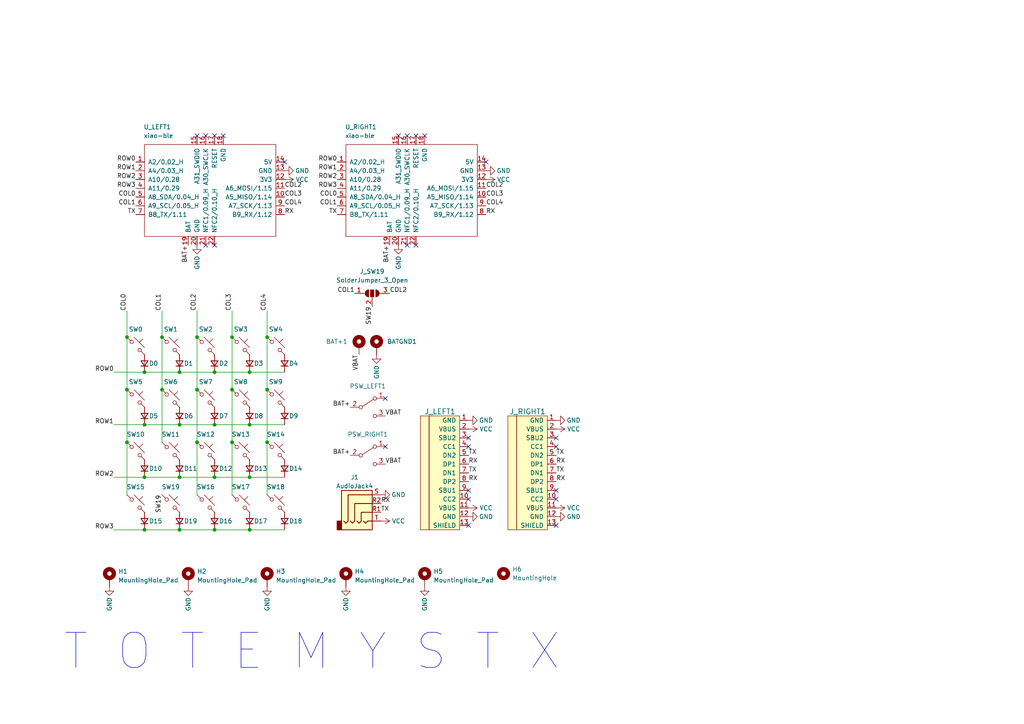
<source format=kicad_sch>
(kicad_sch (version 20250114) (generator "eeschema") (generator_version "9.0")
  (paper "A4")
  (title_block (title "TOTEMYSTX split keyboard") (date "2025-07-21") (rev "1.0.0") (comment 1 "made by GEIST"))
  (lib_symbols
    (symbol "Connector_Audio:AudioJack4"
      (property "Reference" "J" (at 0 8.89 0))
      (property "Value" "AudioJack4" (at 0 6.35 0))
      (symbol "AudioJack4_0_1"
        (rectangle (start -6.35 -5.08) (end -7.62 -7.62) (stroke (width 0.254)) (fill (type outline)))
        (polyline (pts (xy -5.715 -5.08) (xy -5.08 -5.715) (xy -4.445 -5.08) (xy -4.445 2.54) (xy 2.54 2.54)) (stroke (width 0.254)))
        (polyline (pts (xy -1.905 -5.08) (xy -1.27 -5.715) (xy -0.635 -5.08) (xy -0.635 -2.54) (xy 2.54 -2.54)) (stroke (width 0.254)))
        (polyline (pts (xy 0 -5.08) (xy 0.635 -5.715) (xy 1.27 -5.08) (xy 2.54 -5.08)) (stroke (width 0.254)))
        (rectangle (start 2.54 3.81) (end -6.35 -7.62) (stroke (width 0.254)) (fill (type background)))
        (polyline (pts (xy 2.54 0) (xy -2.54 0) (xy -2.54 -5.08) (xy -3.175 -5.715) (xy -3.81 -5.08)) (stroke (width 0.254)))
      )
      (symbol "AudioJack4_1_1"
        (pin passive line (at 5.08 2.54 180) (length 2.54) (name "~") (number "S"))
        (pin passive line (at 5.08 0 180) (length 2.54) (name "~") (number "R2"))
        (pin passive line (at 5.08 -2.54 180) (length 2.54) (name "~") (number "R1"))
        (pin passive line (at 5.08 -5.08 180) (length 2.54) (name "~") (number "T"))
      )
    )
    (symbol "Device:D_Small" (pin_numbers (hide yes)) (pin_names (offset 0.254) (hide yes))
      (property "Reference" "D" (at -1.27 2.032 0))
      (property "Value" "D_Small" (at -3.81 -2.032 0))
      (symbol "D_Small_0_1"
        (polyline (pts (xy -0.762 0) (xy 0.762 0)))
        (polyline (pts (xy -0.762 -1.016) (xy -0.762 1.016)) (stroke (width 0.254)))
        (polyline (pts (xy 0.762 -1.016) (xy -0.762 0) (xy 0.762 1.016) (xy 0.762 -1.016)) (stroke (width 0.254)))
      )
      (symbol "D_Small_1_1"
        (pin passive line (at -2.54 0 0) (length 1.778) (name "K") (number "1"))
        (pin passive line (at 2.54 0 180) (length 1.778) (name "A") (number "2"))
      )
    )
    (symbol "Jumper:SolderJumper_3_Open" (pin_names (offset 0) (hide yes)) (exclude_from_sim yes) (in_bom no)
      (property "Reference" "JP" (at -2.54 -2.54 0))
      (property "Value" "SolderJumper_3_Open" (at 0 2.794 0))
      (symbol "SolderJumper_3_Open_0_1"
        (polyline (pts (xy -2.54 0) (xy -2.032 0)))
        (polyline (pts (xy -1.016 1.016) (xy -1.016 -1.016)))
        (arc (start -1.016 -1.016) (mid -2.0276 0) (end -1.016 1.016))
        (arc (start -1.016 -1.016) (mid -2.0276 0) (end -1.016 1.016) (fill (type outline)))
        (rectangle (start -0.508 1.016) (end 0.508 -1.016) (fill (type outline)))
        (polyline (pts (xy 0 -1.27) (xy 0 -1.016)))
        (arc (start 1.016 1.016) (mid 2.0276 0) (end 1.016 -1.016))
        (arc (start 1.016 1.016) (mid 2.0276 0) (end 1.016 -1.016) (fill (type outline)))
        (polyline (pts (xy 1.016 1.016) (xy 1.016 -1.016)))
        (polyline (pts (xy 2.54 0) (xy 2.032 0)))
      )
      (symbol "SolderJumper_3_Open_1_1"
        (pin passive line (at -5.08 0 0) (length 2.54) (name "A") (number "1"))
        (pin passive line (at 0 -3.81 90) (length 2.54) (name "C") (number "2"))
        (pin passive line (at 5.08 0 180) (length 2.54) (name "B") (number "3"))
      )
    )
    (symbol "Mechanical:MountingHole" (pin_names (offset 1.016)) (exclude_from_sim yes) (in_bom no)
      (property "Reference" "H" (at 0 5.08 0))
      (property "Value" "MountingHole" (at 0 3.175 0))
      (symbol "MountingHole_0_1"
        (circle (center 0 0) (radius 1.27) (stroke (width 1.27)))
      )
    )
    (symbol "Mechanical:MountingHole_Pad" (pin_numbers (hide yes)) (pin_names (offset 1.016) (hide yes))
      (property "Reference" "H" (at 0 6.35 0))
      (property "Value" "MountingHole_Pad" (at 0 4.445 0))
      (symbol "MountingHole_Pad_0_1"
        (circle (center 0 1.27) (radius 1.27) (stroke (width 1.27)))
      )
      (symbol "MountingHole_Pad_1_1"
        (pin input line (at 0 -2.54 90) (length 2.54) (name "1") (number "1"))
      )
    )
    (symbol "Switch:SW_Push_45deg" (pin_numbers (hide yes)) (pin_names (offset 1.016) (hide yes))
      (property "Reference" "SW" (at 3.048 1.016 0))
      (property "Value" "SW_Push_45deg" (at 0 -3.81 0))
      (symbol "SW_Push_45deg_0_1"
        (polyline (pts (xy -2.54 2.54) (xy -1.524 1.524) (xy -1.524 1.524)))
        (circle (center -1.1684 1.1684) (radius 0.508))
        (polyline (pts (xy -0.508 2.54) (xy 2.54 -0.508)))
        (polyline (pts (xy 1.016 1.016) (xy 2.032 2.032)))
        (circle (center 1.143 -1.1938) (radius 0.508))
        (polyline (pts (xy 1.524 -1.524) (xy 2.54 -2.54) (xy 2.54 -2.54) (xy 2.54 -2.54)))
        (pin passive line (at -2.54 2.54 0) (length 0) (name "1") (number "1"))
        (pin passive line (at 2.54 -2.54 180) (length 0) (name "2") (number "2"))
      )
    )
    (symbol "Switch:SW_SPDT" (pin_names (offset 0) (hide yes))
      (property "Reference" "SW" (at 0 4.318 0))
      (property "Value" "SW_SPDT" (at 0 -5.08 0))
      (symbol "SW_SPDT_0_0"
        (circle (center -2.032 0) (radius 0.508))
        (circle (center 2.032 -2.54) (radius 0.508))
      )
      (symbol "SW_SPDT_0_1"
        (polyline (pts (xy -1.524 0.254) (xy 1.651 2.286)))
        (circle (center 2.032 2.54) (radius 0.508))
      )
      (symbol "SW_SPDT_1_1"
        (pin passive line (at -5.08 0 0) (length 2.54) (name "B") (number "2"))
        (pin passive line (at 5.08 2.54 180) (length 2.54) (name "A") (number "1"))
        (pin passive line (at 5.08 -2.54 180) (length 2.54) (name "C") (number "3"))
      )
    )
    (symbol "connector_hro-type-c-31-m-12:Connector_HRO-TYPE-C-31-M-12" (pin_names (offset 1.016))
      (property "Reference" "J2" (at -5.715 16.51 0))
      (symbol "Connector_HRO-TYPE-C-31-M-12_0_1"
        (rectangle (start -11.43 15.24) (end -8.89 -17.78) (fill (type background)))
        (rectangle (start 0 -17.78) (end -8.89 15.24) (fill (type background)))
      )
      (symbol "Connector_HRO-TYPE-C-31-M-12_1_1"
        (pin input line (at 2.54 13.97 180) (length 2.54) (name "GND") (number "1"))
        (pin input line (at 2.54 11.43 180) (length 2.54) (name "VBUS") (number "2"))
        (pin input line (at 2.54 8.89 180) (length 2.54) (name "SBU2") (number "3"))
        (pin input line (at 2.54 6.35 180) (length 2.54) (name "CC1") (number "4"))
        (pin input line (at 2.54 3.81 180) (length 2.54) (name "DN2") (number "5"))
        (pin input line (at 2.54 1.27 180) (length 2.54) (name "DP1") (number "6"))
        (pin input line (at 2.54 -1.27 180) (length 2.54) (name "DN1") (number "7"))
        (pin input line (at 2.54 -3.81 180) (length 2.54) (name "DP2") (number "8"))
        (pin input line (at 2.54 -6.35 180) (length 2.54) (name "SBU1") (number "9"))
        (pin input line (at 2.54 -8.89 180) (length 2.54) (name "CC2") (number "10"))
        (pin input line (at 2.54 -11.43 180) (length 2.54) (name "VBUS") (number "11"))
        (pin input line (at 2.54 -13.97 180) (length 2.54) (name "GND") (number "12"))
        (pin input line (at 2.54 -16.51 180) (length 2.54) (name "SHIELD") (number "13"))
      )
    )
    (symbol "power:GND" (power) (pin_names (offset 0))
      (property "Value" "GND" (at 0 -3.81 0))
      (symbol "GND_0_1"
        (polyline (pts (xy 0 0) (xy 0 -1.27) (xy 1.27 -1.27) (xy 0 -2.54) (xy -1.27 -1.27) (xy 0 -1.27)))
      )
      (symbol "GND_1_1"
        (pin power_in line (at 0 0 270) (length 0) (hide yes) (name "GND") (number "1"))
      )
    )
    (symbol "power:VCC" (power) (pin_names (offset 0))
      (property "Value" "VCC" (at 0 3.81 0))
      (symbol "VCC_0_1"
        (polyline (pts (xy -0.762 1.27) (xy 0 2.54)))
        (polyline (pts (xy 0 2.54) (xy 0.762 1.27)))
        (polyline (pts (xy 0 0) (xy 0 2.54)))
      )
      (symbol "VCC_1_1"
        (pin power_in line (at 0 0 90) (length 0) (hide yes) (name "VCC") (number "1"))
      )
    )
    (symbol "xiao-ble:xiao-ble" (pin_names (offset 1.016))
      (property "Reference" "U1" (at -19.304 17.78 0))
      (property "Value" "xiao-ble" (at -19.304 15.24 0))
      (symbol "xiao-ble_0_1"
        (rectangle (start -19.05 12.7) (end 19.05 -13.97))
      )
      (symbol "xiao-ble_1_1"
        (pin bidirectional line (at -21.59 7.62 0) (length 2.54) (name "A2/0.02_H") (number "1"))
        (pin bidirectional line (at -21.59 5.08 0) (length 2.54) (name "A4/0.03_H") (number "2"))
        (pin bidirectional line (at -21.59 2.54 0) (length 2.54) (name "A10/0.28") (number "3"))
        (pin bidirectional line (at -21.59 0 0) (length 2.54) (name "A11/0.29") (number "4"))
        (pin bidirectional line (at -21.59 -2.54 0) (length 2.54) (name "A8_SDA/0.04_H") (number "5"))
        (pin bidirectional line (at -21.59 -5.08 0) (length 2.54) (name "A9_SCL/0.05_H") (number "6"))
        (pin bidirectional line (at -21.59 -7.62 0) (length 2.54) (name "B8_TX/1.11") (number "7"))
        (pin bidirectional line (at -6.35 -16.51 90) (length 2.54) (name "BAT") (number "19"))
        (pin input line (at -3.81 15.24 270) (length 2.54) (name "A31_SWDIO") (number "15"))
        (pin power_out line (at -3.81 -16.51 90) (length 2.54) (name "GND") (number "20"))
        (pin input line (at -1.27 15.24 270) (length 2.54) (name "A30_SWCLK") (number "16"))
        (pin bidirectional line (at -1.27 -16.51 90) (length 2.54) (name "NFC1/0.09_H") (number "21"))
        (pin input line (at 1.27 15.24 270) (length 2.54) (name "RESET") (number "17"))
        (pin bidirectional line (at 1.27 -16.51 90) (length 2.54) (name "NFC2/0.10_H") (number "22"))
        (pin power_out line (at 3.81 15.24 270) (length 2.54) (name "GND") (number "18"))
        (pin power_out line (at 21.59 7.62 180) (length 2.54) (name "5V") (number "14"))
        (pin power_out line (at 21.59 5.08 180) (length 2.54) (name "GND") (number "13"))
        (pin power_out line (at 21.59 2.54 180) (length 2.54) (name "3V3") (number "12"))
        (pin bidirectional line (at 21.59 0 180) (length 2.54) (name "A6_MOSI/1.15") (number "11"))
        (pin bidirectional line (at 21.59 -2.54 180) (length 2.54) (name "A5_MISO/1.14") (number "10"))
        (pin bidirectional line (at 21.59 -5.08 180) (length 2.54) (name "A7_SCK/1.13") (number "9"))
        (pin bidirectional line (at 21.59 -7.62 180) (length 2.54) (name "B9_RX/1.12") (number "8"))
      )
    )
  )
  (text "T O T E M Y S T X" (at 18.034 195.072 0) (effects (font (size 10.16 10.16)) (justify left bottom)))
  (junction (at 77.47 113.03))
  (junction (at 36.83 97.79))
  (junction (at 72.39 138.43))
  (junction (at 57.15 97.79))
  (junction (at 77.47 128.27))
  (junction (at 62.23 123.19))
  (junction (at 57.15 113.03))
  (junction (at 72.39 123.19))
  (junction (at 52.07 138.43))
  (junction (at 41.91 138.43))
  (junction (at 77.47 97.79))
  (junction (at 41.91 107.95))
  (junction (at 62.23 138.43))
  (junction (at 72.39 153.67))
  (junction (at 72.39 107.95))
  (junction (at 41.91 153.67))
  (junction (at 62.23 107.95))
  (junction (at 52.07 107.95))
  (junction (at 62.23 153.67))
  (junction (at 36.83 128.27))
  (junction (at 46.99 113.03))
  (junction (at 67.31 128.27))
  (junction (at 67.31 113.03))
  (junction (at 36.83 113.03))
  (junction (at 41.91 123.19))
  (junction (at 57.15 128.27))
  (junction (at 52.07 153.67))
  (junction (at 46.99 97.79))
  (junction (at 67.31 97.79))
  (junction (at 52.07 123.19))
  (no_connect (at 115.57 39.37))
  (no_connect (at 111.76 129.54))
  (no_connect (at 135.89 144.78))
  (no_connect (at 135.89 152.4))
  (no_connect (at 59.69 71.12))
  (no_connect (at 62.23 71.12))
  (no_connect (at 118.11 39.37))
  (no_connect (at 161.29 129.54))
  (no_connect (at 135.89 127))
  (no_connect (at 59.69 39.37))
  (no_connect (at 57.15 39.37))
  (no_connect (at 161.29 144.78))
  (no_connect (at 140.97 46.99))
  (no_connect (at 123.19 39.37))
  (no_connect (at 161.29 152.4))
  (no_connect (at 111.76 115.57))
  (no_connect (at 62.23 39.37))
  (no_connect (at 118.11 71.12))
  (no_connect (at 161.29 127))
  (no_connect (at 64.77 39.37))
  (no_connect (at 120.65 39.37))
  (no_connect (at 135.89 142.24))
  (no_connect (at 161.29 142.24))
  (no_connect (at 120.65 71.12))
  (no_connect (at 82.55 46.99))
  (no_connect (at 135.89 129.54))
  (wire (pts (xy 52.07 138.43) (xy 62.23 138.43)))
  (wire (pts (xy 36.83 97.79) (xy 36.83 113.03)))
  (wire (pts (xy 67.31 97.79) (xy 67.31 113.03)))
  (wire (pts (xy 36.83 128.27) (xy 36.83 143.51)))
  (wire (pts (xy 67.31 128.27) (xy 67.31 143.51)))
  (wire (pts (xy 33.02 153.67) (xy 41.91 153.67)))
  (wire (pts (xy 46.99 90.17) (xy 46.99 97.79)))
  (wire (pts (xy 62.23 153.67) (xy 72.39 153.67)))
  (wire (pts (xy 33.02 138.43) (xy 41.91 138.43)))
  (wire (pts (xy 72.39 123.19) (xy 82.55 123.19)))
  (wire (pts (xy 46.99 113.03) (xy 46.99 128.27)))
  (wire (pts (xy 33.02 123.19) (xy 41.91 123.19)))
  (wire (pts (xy 77.47 90.17) (xy 77.47 97.79)))
  (wire (pts (xy 41.91 107.95) (xy 52.07 107.95)))
  (wire (pts (xy 52.07 153.67) (xy 62.23 153.67)))
  (wire (pts (xy 77.47 97.79) (xy 77.47 113.03)))
  (wire (pts (xy 57.15 113.03) (xy 57.15 128.27)))
  (wire (pts (xy 67.31 113.03) (xy 67.31 128.27)))
  (wire (pts (xy 41.91 153.67) (xy 52.07 153.67)))
  (wire (pts (xy 36.83 90.17) (xy 36.83 97.79)))
  (wire (pts (xy 62.23 123.19) (xy 72.39 123.19)))
  (wire (pts (xy 57.15 90.17) (xy 57.15 97.79)))
  (wire (pts (xy 33.02 107.95) (xy 41.91 107.95)))
  (wire (pts (xy 41.91 138.43) (xy 52.07 138.43)))
  (wire (pts (xy 77.47 113.03) (xy 77.47 128.27)))
  (wire (pts (xy 52.07 123.19) (xy 62.23 123.19)))
  (wire (pts (xy 72.39 107.95) (xy 82.55 107.95)))
  (wire (pts (xy 62.23 138.43) (xy 72.39 138.43)))
  (wire (pts (xy 62.23 107.95) (xy 72.39 107.95)))
  (wire (pts (xy 67.31 90.17) (xy 67.31 97.79)))
  (wire (pts (xy 46.99 97.79) (xy 46.99 113.03)))
  (wire (pts (xy 57.15 128.27) (xy 57.15 143.51)))
  (wire (pts (xy 52.07 107.95) (xy 62.23 107.95)))
  (wire (pts (xy 41.91 123.19) (xy 52.07 123.19)))
  (wire (pts (xy 72.39 153.67) (xy 82.55 153.67)))
  (wire (pts (xy 77.47 128.27) (xy 77.47 143.51)))
  (wire (pts (xy 57.15 97.79) (xy 57.15 113.03)))
  (wire (pts (xy 72.39 138.43) (xy 82.55 138.43)))
  (wire (pts (xy 36.83 113.03) (xy 36.83 128.27)))
  (label "COL4" (at 82.55 59.69 0))
  (label "RX" (at 135.89 139.7 0))
  (label "ROW3" (at 33.02 153.67 180))
  (label "COL3" (at 67.31 90.17 90))
  (label "COL0" (at 97.79 57.15 180))
  (label "COL2" (at 140.97 54.61 0))
  (label "ROW0" (at 33.02 107.95 180))
  (label "TX" (at 135.89 137.16 0))
  (label "ROW3" (at 97.79 54.61 180))
  (label "COL1" (at 97.79 59.69 180))
  (label "SW19" (at 107.95 88.9 270))
  (label "TX" (at 39.37 62.23 180))
  (label "ROW1" (at 97.79 49.53 180))
  (label "BAT+" (at 101.6 132.08 180))
  (label "BAT+" (at 113.03 71.12 270))
  (label "TX" (at 110.49 148.59 0))
  (label "RX" (at 161.29 134.62 0))
  (label "TX" (at 135.89 132.08 0))
  (label "ROW1" (at 39.37 49.53 180))
  (label "COL3" (at 140.97 57.15 0))
  (label "BAT+" (at 101.6 118.11 180))
  (label "COL4" (at 140.97 59.69 0))
  (label "ROW0" (at 97.79 46.99 180))
  (label "ROW1" (at 33.02 123.19 180))
  (label "TX" (at 161.29 132.08 0))
  (label "COL0" (at 39.37 57.15 180))
  (label "TX" (at 161.29 137.16 0))
  (label "ROW3" (at 39.37 54.61 180))
  (label "ROW0" (at 39.37 46.99 180))
  (label "ROW2" (at 39.37 52.07 180))
  (label "SW19" (at 46.99 143.51 270))
  (label "COL0" (at 36.83 90.17 90))
  (label "RX" (at 110.49 146.05 0))
  (label "COL1" (at 46.99 90.17 90))
  (label "ROW2" (at 97.79 52.07 180))
  (label "VBAT" (at 104.14 102.87 270))
  (label "COL2" (at 113.03 85.09 0))
  (label "COL1" (at 102.87 85.09 180))
  (label "RX" (at 140.97 62.23 0))
  (label "VBAT" (at 111.76 120.65 0))
  (label "RX" (at 135.89 134.62 0))
  (label "COL4" (at 77.47 90.17 90))
  (label "COL2" (at 82.55 54.61 0))
  (label "COL3" (at 82.55 57.15 0))
  (label "TX" (at 97.79 62.23 180))
  (label "COL2" (at 57.15 90.17 90))
  (label "VBAT" (at 111.76 134.62 0))
  (label "ROW2" (at 33.02 138.43 180))
  (label "RX" (at 82.55 62.23 0))
  (label "RX" (at 161.29 139.7 0))
  (label "COL1" (at 39.37 59.69 180))
  (label "BAT+" (at 54.61 71.12 270))
  (symbol (lib_id "Device:D_Small") (at 82.55 151.13 90) (unit 1)
    (property "Reference" "D18" (at 83.82 151.13 90) (effects (justify right)))
    (property "Value" "D_Small" (effects (hide yes)))
    (property "Footprint" "TOTEMYSTX-footprints:TOTEMYSTX-D" (effects (hide yes)))
  )
  (symbol (lib_id "Switch:SW_Push_45deg") (at 59.69 146.05 0) (unit 1)
    (property "Reference" "SW16" (at 59.69 141.224 0))
    (property "Value" "SW_Push_45deg" (effects (hide yes)))
    (property "Footprint" "TOTEMYSTX-footprints:TOTEMYSTX-KEY" (effects (hide yes)))
  )
  (symbol (lib_id "connector_hro-type-c-31-m-12:Connector_HRO-TYPE-C-31-M-12") (at 133.35 135.89 0) (unit 1)
    (property "Reference" "J_LEFT1" (at 127.635 119.38 0) (effects (font (size 1.524 1.524))))
    (property "Value" "HRO-TYPE-C-31-M-12" (effects (hide yes)))
    (property "Footprint" "TOTEMYSTX-footprints:TOTEMYSTX-TYPE-C" (effects (hide yes)))
  )
  (symbol (lib_id "Switch:SW_Push_45deg") (at 39.37 146.05 0) (unit 1)
    (property "Reference" "SW15" (at 39.37 141.224 0))
    (property "Value" "SW_Push_45deg" (effects (hide yes)))
    (property "Footprint" "TOTEMYSTX-footprints:TOTEMYSTX-KEY" (effects (hide yes)))
  )
  (symbol (lib_id "Switch:SW_Push_45deg") (at 69.85 100.33 0) (unit 1)
    (property "Reference" "SW3" (at 69.85 95.504 0))
    (property "Value" "SW_Push_45deg" (effects (hide yes)))
    (property "Footprint" "TOTEMYSTX-footprints:TOTEMYSTX-KEY" (effects (hide yes)))
  )
  (symbol (lib_id "Switch:SW_Push_45deg") (at 59.69 100.33 0) (unit 1)
    (property "Reference" "SW2" (at 59.69 95.504 0))
    (property "Value" "SW_Push_45deg" (effects (hide yes)))
    (property "Footprint" "TOTEMYSTX-footprints:TOTEMYSTX-KEY" (effects (hide yes)))
  )
  (symbol (lib_id "power:GND") (at 161.29 149.86 90) (mirror x) (unit 1)
    (property "Reference" "#PWR08" (effects (hide yes)))
    (property "Value" "GND" (at 166.37 149.86 90))
  )
  (symbol (lib_id "Mechanical:MountingHole_Pad") (at 109.22 100.33 0) (unit 1)
    (property "Reference" "BATGND1" (at 112.268 99.06 0) (effects (justify left)))
    (property "Value" "-" (effects (hide yes)))
    (property "Footprint" "TOTEMYSTX-footprints:BatteryPad" (effects (hide yes)))
  )
  (symbol (lib_id "Switch:SW_Push_45deg") (at 49.53 115.57 0) (unit 1)
    (property "Reference" "SW6" (at 49.53 110.744 0))
    (property "Value" "SW_Push_45deg" (effects (hide yes)))
    (property "Footprint" "TOTEMYSTX-footprints:TOTEMYSTX-KEY" (effects (hide yes)))
  )
  (symbol (lib_id "xiao-ble:xiao-ble") (at 60.96 54.61 0) (unit 1)
    (property "Reference" "U_LEFT1" (at 41.656 36.83 0) (effects (justify left)))
    (property "Value" "xiao-ble" (at 41.656 39.37 0) (effects (justify left)))
    (property "Footprint" "TOTEMYSTX-footprints:TOTEMYSTX-XIAO-BLE-SMD" (effects (hide yes)))
  )
  (symbol (lib_id "Device:D_Small") (at 41.91 105.41 90) (unit 1)
    (property "Reference" "D0" (at 43.18 105.41 90) (effects (justify right)))
    (property "Value" "D_Small" (effects (hide yes)))
    (property "Footprint" "TOTEMYSTX-footprints:TOTEMYSTX-D" (effects (hide yes)))
  )
  (symbol (lib_id "power:GND") (at 123.19 170.18 0) (mirror y) (unit 1)
    (property "Reference" "#PWR019" (effects (hide yes)))
    (property "Value" "GND" (at 123.19 175.26 90))
  )
  (symbol (lib_id "power:GND") (at 57.15 71.12 0) (mirror y) (unit 1)
    (property "Reference" "#PWR018" (effects (hide yes)))
    (property "Value" "GND" (at 57.15 76.2 90))
  )
  (symbol (lib_id "power:VCC") (at 110.49 151.13 270) (unit 1)
    (property "Reference" "#PWR015" (effects (hide yes)))
    (property "Value" "VCC" (at 115.57 151.13 90))
  )
  (symbol (lib_id "Mechanical:MountingHole_Pad") (at 77.47 167.64 0) (unit 1)
    (property "Reference" "H3" (at 80.01 165.735 0) (effects (justify left)))
    (property "Value" "MountingHole_Pad" (at 80.01 168.275 0) (effects (justify left)))
    (property "Footprint" "TOTEMYSTX-footprints:TOTEMYSTX-MountingHole_3.2mm_M3_DIN965_Pad" (effects (hide yes)))
  )
  (symbol (lib_id "Device:D_Small") (at 52.07 105.41 90) (unit 1)
    (property "Reference" "D1" (at 53.34 105.41 90) (effects (justify right)))
    (property "Value" "D_Small" (effects (hide yes)))
    (property "Footprint" "TOTEMYSTX-footprints:TOTEMYSTX-D" (effects (hide yes)))
  )
  (symbol (lib_id "Switch:SW_Push_45deg") (at 59.69 115.57 0) (unit 1)
    (property "Reference" "SW7" (at 59.69 110.744 0))
    (property "Value" "SW_Push_45deg" (effects (hide yes)))
    (property "Footprint" "TOTEMYSTX-footprints:TOTEMYSTX-KEY" (effects (hide yes)))
  )
  (symbol (lib_id "power:GND") (at 109.22 102.87 0) (mirror y) (unit 1)
    (property "Reference" "#PWR014" (effects (hide yes)))
    (property "Value" "GND" (at 109.22 107.95 90))
  )
  (symbol (lib_id "Switch:SW_Push_45deg") (at 69.85 130.81 0) (unit 1)
    (property "Reference" "SW13" (at 69.85 125.984 0))
    (property "Value" "SW_Push_45deg" (effects (hide yes)))
    (property "Footprint" "TOTEMYSTX-footprints:TOTEMYSTX-KEY" (effects (hide yes)))
  )
  (symbol (lib_id "Device:D_Small") (at 72.39 135.89 90) (unit 1)
    (property "Reference" "D13" (at 73.66 135.89 90) (effects (justify right)))
    (property "Value" "D_Small" (effects (hide yes)))
    (property "Footprint" "TOTEMYSTX-footprints:TOTEMYSTX-D" (effects (hide yes)))
  )
  (symbol (lib_id "Mechanical:MountingHole_Pad") (at 123.19 167.64 0) (unit 1)
    (property "Reference" "H5" (at 125.73 165.735 0) (effects (justify left)))
    (property "Value" "MountingHole_Pad" (at 125.73 168.275 0) (effects (justify left)))
    (property "Footprint" "TOTEMYSTX-footprints:TOTEMYSTX-MountingHole_3.2mm_M3_DIN965_Pad" (effects (hide yes)))
  )
  (symbol (lib_id "Switch:SW_Push_45deg") (at 80.01 146.05 0) (unit 1)
    (property "Reference" "SW18" (at 80.01 141.224 0))
    (property "Value" "SW_Push_45deg" (effects (hide yes)))
    (property "Footprint" "TOTEMYSTX-footprints:TOTEMYSTX-KEY" (effects (hide yes)))
  )
  (symbol (lib_id "Switch:SW_Push_45deg") (at 39.37 100.33 0) (unit 1)
    (property "Reference" "SW0" (at 39.37 95.504 0))
    (property "Value" "SW_Push_45deg" (effects (hide yes)))
    (property "Footprint" "TOTEMYSTX-footprints:TOTEMYSTX-KEY" (effects (hide yes)))
  )
  (symbol (lib_id "power:GND") (at 135.89 121.92 90) (mirror x) (unit 1)
    (property "Reference" "#PWR01" (effects (hide yes)))
    (property "Value" "GND" (at 140.97 121.92 90))
  )
  (symbol (lib_id "Device:D_Small") (at 82.55 105.41 90) (unit 1)
    (property "Reference" "D4" (at 83.82 105.41 90) (effects (justify right)))
    (property "Value" "D_Small" (effects (hide yes)))
    (property "Footprint" "TOTEMYSTX-footprints:TOTEMYSTX-D" (effects (hide yes)))
  )
  (symbol (lib_id "power:VCC") (at 82.55 52.07 270) (unit 1)
    (property "Reference" "#PWR016" (effects (hide yes)))
    (property "Value" "VCC" (at 87.63 52.07 90))
  )
  (symbol (lib_id "Switch:SW_Push_45deg") (at 69.85 115.57 0) (unit 1)
    (property "Reference" "SW8" (at 69.85 110.744 0))
    (property "Value" "SW_Push_45deg" (effects (hide yes)))
    (property "Footprint" "TOTEMYSTX-footprints:TOTEMYSTX-KEY" (effects (hide yes)))
  )
  (symbol (lib_id "Switch:SW_Push_45deg") (at 80.01 100.33 0) (unit 1)
    (property "Reference" "SW4" (at 80.01 95.504 0))
    (property "Value" "SW_Push_45deg" (effects (hide yes)))
    (property "Footprint" "TOTEMYSTX-footprints:TOTEMYSTX-KEY" (effects (hide yes)))
  )
  (symbol (lib_id "Device:D_Small") (at 82.55 120.65 90) (unit 1)
    (property "Reference" "D9" (at 83.82 120.65 90) (effects (justify right)))
    (property "Value" "D_Small" (effects (hide yes)))
    (property "Footprint" "TOTEMYSTX-footprints:TOTEMYSTX-D" (effects (hide yes)))
  )
  (symbol (lib_id "Mechanical:MountingHole_Pad") (at 31.75 167.64 0) (unit 1)
    (property "Reference" "H1" (at 34.29 165.735 0) (effects (justify left)))
    (property "Value" "MountingHole_Pad" (at 34.29 168.275 0) (effects (justify left)))
    (property "Footprint" "TOTEMYSTX-footprints:TOTEMYSTX-MountingHole_3.2mm_M3_DIN965_Pad" (effects (hide yes)))
  )
  (symbol (lib_id "Device:D_Small") (at 72.39 151.13 90) (unit 1)
    (property "Reference" "D17" (at 73.66 151.13 90) (effects (justify right)))
    (property "Value" "D_Small" (effects (hide yes)))
    (property "Footprint" "TOTEMYSTX-footprints:TOTEMYSTX-D" (effects (hide yes)))
  )
  (symbol (lib_id "Device:D_Small") (at 52.07 120.65 90) (unit 1)
    (property "Reference" "D6" (at 53.34 120.65 90) (effects (justify right)))
    (property "Value" "D_Small" (effects (hide yes)))
    (property "Footprint" "TOTEMYSTX-footprints:TOTEMYSTX-D" (effects (hide yes)))
  )
  (symbol (lib_id "Device:D_Small") (at 62.23 105.41 90) (unit 1)
    (property "Reference" "D2" (at 63.5 105.41 90) (effects (justify right)))
    (property "Value" "D_Small" (effects (hide yes)))
    (property "Footprint" "TOTEMYSTX-footprints:TOTEMYSTX-D" (effects (hide yes)))
  )
  (symbol (lib_id "Switch:SW_Push_45deg") (at 49.53 100.33 0) (unit 1)
    (property "Reference" "SW1" (at 49.53 95.504 0))
    (property "Value" "SW_Push_45deg" (effects (hide yes)))
    (property "Footprint" "TOTEMYSTX-footprints:TOTEMYSTX-KEY" (effects (hide yes)))
  )
  (symbol (lib_id "Switch:SW_Push_45deg") (at 80.01 130.81 0) (unit 1)
    (property "Reference" "SW14" (at 80.01 125.984 0))
    (property "Value" "SW_Push_45deg" (effects (hide yes)))
    (property "Footprint" "TOTEMYSTX-footprints:TOTEMYSTX-KEY" (effects (hide yes)))
  )
  (symbol (lib_id "Switch:SW_Push_45deg") (at 80.01 115.57 0) (unit 1)
    (property "Reference" "SW9" (at 80.01 110.744 0))
    (property "Value" "SW_Push_45deg" (effects (hide yes)))
    (property "Footprint" "TOTEMYSTX-footprints:TOTEMYSTX-KEY" (effects (hide yes)))
  )
  (symbol (lib_id "Mechanical:MountingHole_Pad") (at 100.33 167.64 0) (unit 1)
    (property "Reference" "H4" (at 102.87 165.735 0) (effects (justify left)))
    (property "Value" "MountingHole_Pad" (at 102.87 168.275 0) (effects (justify left)))
    (property "Footprint" "TOTEMYSTX-footprints:TOTEMYSTX-MountingHole_3.2mm_M3_DIN965_Pad" (effects (hide yes)))
  )
  (symbol (lib_id "Device:D_Small") (at 52.07 151.13 90) (unit 1)
    (property "Reference" "D19" (at 53.34 151.13 90) (effects (justify right)))
    (property "Value" "D_Small" (effects (hide yes)))
    (property "Footprint" "TOTEMYSTX-footprints:TOTEMYSTX-D" (effects (hide yes)))
  )
  (symbol (lib_id "Switch:SW_Push_45deg") (at 59.69 130.81 0) (unit 1)
    (property "Reference" "SW12" (at 59.69 125.984 0))
    (property "Value" "SW_Push_45deg" (effects (hide yes)))
    (property "Footprint" "TOTEMYSTX-footprints:TOTEMYSTX-KEY" (effects (hide yes)))
  )
  (symbol (lib_id "Jumper:SolderJumper_3_Open") (at 107.95 85.09 0) (unit 1)
    (property "Reference" "J_SW19" (at 107.95 78.74 0))
    (property "Value" "SolderJumper_3_Open" (at 107.95 81.28 0))
    (property "Footprint" "TOTEMYSTX-footprints:TOTEMYSTX-SolderJumper-3_P1.3mm_Open_RoundedPad1.0x1.5mm" (effects (hide yes)))
    (property "Description" "Solder Jumper, 3-pole, open" (effects (hide yes)))
  )
  (symbol (lib_id "Device:D_Small") (at 41.91 151.13 90) (unit 1)
    (property "Reference" "D15" (at 43.18 151.13 90) (effects (justify right)))
    (property "Value" "D_Small" (effects (hide yes)))
    (property "Footprint" "TOTEMYSTX-footprints:TOTEMYSTX-D" (effects (hide yes)))
  )
  (symbol (lib_id "power:GND") (at 140.97 49.53 90) (mirror x) (unit 1)
    (property "Reference" "#PWR022" (effects (hide yes)))
    (property "Value" "GND" (at 146.05 49.53 90))
  )
  (symbol (lib_id "power:GND") (at 135.89 149.86 90) (mirror x) (unit 1)
    (property "Reference" "#PWR04" (effects (hide yes)))
    (property "Value" "GND" (at 140.97 149.86 90))
  )
  (symbol (lib_id "Device:D_Small") (at 82.55 135.89 90) (unit 1)
    (property "Reference" "D14" (at 83.82 135.89 90) (effects (justify right)))
    (property "Value" "D_Small" (effects (hide yes)))
    (property "Footprint" "TOTEMYSTX-footprints:TOTEMYSTX-D" (effects (hide yes)))
  )
  (symbol (lib_id "power:GND") (at 110.49 143.51 90) (mirror x) (unit 1)
    (property "Reference" "#PWR013" (effects (hide yes)))
    (property "Value" "GND" (at 115.57 143.51 90))
  )
  (symbol (lib_id "power:VCC") (at 161.29 147.32 270) (unit 1)
    (property "Reference" "#PWR07" (effects (hide yes)))
    (property "Value" "VCC" (at 166.37 147.32 90))
  )
  (symbol (lib_id "power:VCC") (at 140.97 52.07 270) (unit 1)
    (property "Reference" "#PWR023" (effects (hide yes)))
    (property "Value" "VCC" (at 146.05 52.07 90))
  )
  (symbol (lib_id "power:GND") (at 115.57 71.12 0) (mirror y) (unit 1)
    (property "Reference" "#PWR020" (effects (hide yes)))
    (property "Value" "GND" (at 115.57 76.2 90))
  )
  (symbol (lib_id "Connector_Audio:AudioJack4") (at 105.41 146.05 0) (unit 1)
    (property "Reference" "J1" (at 102.87 138.43 0))
    (property "Value" "AudioJack4" (at 102.87 140.97 0))
    (property "Footprint" "TOTEMYSTX-footprints:TOTEMYSTX-TRRS-THT" (effects (hide yes)))
  )
  (symbol (lib_id "Device:D_Small") (at 41.91 120.65 90) (unit 1)
    (property "Reference" "D5" (at 43.18 120.65 90) (effects (justify right)))
    (property "Value" "D_Small" (effects (hide yes)))
    (property "Footprint" "TOTEMYSTX-footprints:TOTEMYSTX-D" (effects (hide yes)))
  )
  (symbol (lib_id "Device:D_Small") (at 62.23 151.13 90) (unit 1)
    (property "Reference" "D16" (at 63.5 151.13 90) (effects (justify right)))
    (property "Value" "D_Small" (effects (hide yes)))
    (property "Footprint" "TOTEMYSTX-footprints:TOTEMYSTX-D" (effects (hide yes)))
  )
  (symbol (lib_id "Switch:SW_Push_45deg") (at 49.53 146.05 0) (unit 1)
    (property "Reference" "SW19" (at 49.53 141.224 0))
    (property "Value" "SW_Push_45deg" (effects (hide yes)))
    (property "Footprint" "TOTEMYSTX-footprints:TOTEMYSTX-KEY" (effects (hide yes)))
  )
  (symbol (lib_id "Device:D_Small") (at 62.23 120.65 90) (unit 1)
    (property "Reference" "D7" (at 63.5 120.65 90) (effects (justify right)))
    (property "Value" "D_Small" (effects (hide yes)))
    (property "Footprint" "TOTEMYSTX-footprints:TOTEMYSTX-D" (effects (hide yes)))
  )
  (symbol (lib_id "Device:D_Small") (at 41.91 135.89 90) (unit 1)
    (property "Reference" "D10" (at 43.18 135.89 90) (effects (justify right)))
    (property "Value" "D_Small" (effects (hide yes)))
    (property "Footprint" "TOTEMYSTX-footprints:TOTEMYSTX-D" (effects (hide yes)))
  )
  (symbol (lib_id "power:GND") (at 82.55 49.53 90) (mirror x) (unit 1)
    (property "Reference" "#PWR017" (effects (hide yes)))
    (property "Value" "GND" (at 87.63 49.53 90))
  )
  (symbol (lib_id "Device:D_Small") (at 62.23 135.89 90) (unit 1)
    (property "Reference" "D12" (at 63.5 135.89 90) (effects (justify right)))
    (property "Value" "D_Small" (effects (hide yes)))
    (property "Footprint" "TOTEMYSTX-footprints:TOTEMYSTX-D" (effects (hide yes)))
  )
  (symbol (lib_id "power:VCC") (at 135.89 124.46 270) (unit 1)
    (property "Reference" "#PWR02" (effects (hide yes)))
    (property "Value" "VCC" (at 140.97 124.46 90))
  )
  (symbol (lib_id "Switch:SW_SPDT") (at 106.68 132.08 0) (unit 1)
    (property "Reference" "PSW_RIGHT1" (at 106.68 125.984 0))
    (property "Value" "SW_SPDT" (effects (hide yes)))
    (property "Footprint" "TOTEMYSTX-footprints:TOTEMYSTX-SW_SPDT_PCM12" (effects (hide yes)))
  )
  (symbol (lib_id "Switch:SW_Push_45deg") (at 49.53 130.81 0) (unit 1)
    (property "Reference" "SW11" (at 49.53 125.984 0))
    (property "Value" "SW_Push_45deg" (effects (hide yes)))
    (property "Footprint" "TOTEMYSTX-footprints:TOTEMYSTX-KEY" (effects (hide yes)))
  )
  (symbol (lib_id "power:GND") (at 161.29 121.92 90) (mirror x) (unit 1)
    (property "Reference" "#PWR05" (effects (hide yes)))
    (property "Value" "GND" (at 166.37 121.92 90))
  )
  (symbol (lib_id "xiao-ble:xiao-ble") (at 119.38 54.61 0) (unit 1)
    (property "Reference" "U_RIGHT1" (at 100.076 36.83 0) (effects (justify left)))
    (property "Value" "xiao-ble" (at 100.076 39.37 0) (effects (justify left)))
    (property "Footprint" "TOTEMYSTX-footprints:TOTEMYSTX-XIAO-BLE-SMD" (effects (hide yes)))
  )
  (symbol (lib_id "Switch:SW_Push_45deg") (at 69.85 146.05 0) (unit 1)
    (property "Reference" "SW17" (at 69.85 141.224 0))
    (property "Value" "SW_Push_45deg" (effects (hide yes)))
    (property "Footprint" "TOTEMYSTX-footprints:TOTEMYSTX-KEY" (effects (hide yes)))
  )
  (symbol (lib_id "Switch:SW_Push_45deg") (at 39.37 115.57 0) (unit 1)
    (property "Reference" "SW5" (at 39.37 110.744 0))
    (property "Value" "SW_Push_45deg" (effects (hide yes)))
    (property "Footprint" "TOTEMYSTX-footprints:TOTEMYSTX-KEY" (effects (hide yes)))
  )
  (symbol (lib_id "Mechanical:MountingHole") (at 146.05 166.37 0) (unit 1)
    (property "Reference" "H6" (at 148.59 165.0999 0) (effects (justify left)))
    (property "Value" "MountingHole" (at 148.59 167.6399 0) (effects (justify left)))
    (property "Footprint" "TOTEMYSTX-footprints:TOTEMYSTX-BREAKWAY" (effects (hide yes)))
    (property "Description" "Mounting Hole without connection" (effects (hide yes)))
  )
  (symbol (lib_id "power:VCC") (at 161.29 124.46 270) (unit 1)
    (property "Reference" "#PWR06" (effects (hide yes)))
    (property "Value" "VCC" (at 166.37 124.46 90))
  )
  (symbol (lib_id "Device:D_Small") (at 72.39 105.41 90) (unit 1)
    (property "Reference" "D3" (at 73.66 105.41 90) (effects (justify right)))
    (property "Value" "D_Small" (effects (hide yes)))
    (property "Footprint" "TOTEMYSTX-footprints:TOTEMYSTX-D" (effects (hide yes)))
  )
  (symbol (lib_id "power:GND") (at 100.33 170.18 0) (mirror y) (unit 1)
    (property "Reference" "#PWR012" (effects (hide yes)))
    (property "Value" "GND" (at 100.33 175.26 90))
  )
  (symbol (lib_id "power:GND") (at 77.47 170.18 0) (mirror y) (unit 1)
    (property "Reference" "#PWR011" (effects (hide yes)))
    (property "Value" "GND" (at 77.47 175.26 90))
  )
  (symbol (lib_id "power:VCC") (at 135.89 147.32 270) (unit 1)
    (property "Reference" "#PWR03" (effects (hide yes)))
    (property "Value" "VCC" (at 140.97 147.32 90))
  )
  (symbol (lib_id "Switch:SW_SPDT") (at 106.68 118.11 0) (unit 1)
    (property "Reference" "PSW_LEFT1" (at 106.68 112.014 0))
    (property "Value" "SW_SPDT" (effects (hide yes)))
    (property "Footprint" "TOTEMYSTX-footprints:TOTEMYSTX-SW_SPDT_PCM12" (effects (hide yes)))
  )
  (symbol (lib_id "Device:D_Small") (at 72.39 120.65 90) (unit 1)
    (property "Reference" "D8" (at 73.66 120.65 90) (effects (justify right)))
    (property "Value" "D_Small" (effects (hide yes)))
    (property "Footprint" "TOTEMYSTX-footprints:TOTEMYSTX-D" (effects (hide yes)))
  )
  (symbol (lib_id "connector_hro-type-c-31-m-12:Connector_HRO-TYPE-C-31-M-12") (at 158.75 135.89 0) (unit 1)
    (property "Reference" "J_RIGHT1" (at 153.035 119.38 0) (effects (font (size 1.524 1.524))))
    (property "Value" "HRO-TYPE-C-31-M-12" (effects (hide yes)))
    (property "Footprint" "TOTEMYSTX-footprints:TOTEMYSTX-TYPE-C" (effects (hide yes)))
  )
  (symbol (lib_id "power:GND") (at 54.61 170.18 0) (mirror y) (unit 1)
    (property "Reference" "#PWR010" (effects (hide yes)))
    (property "Value" "GND" (at 54.61 175.26 90))
  )
  (symbol (lib_id "Mechanical:MountingHole_Pad") (at 104.14 100.33 0) (unit 1)
    (property "Reference" "BAT+1" (at 100.838 99.06 0) (effects (justify right)))
    (property "Value" "+" (effects (hide yes)))
    (property "Footprint" "TOTEMYSTX-footprints:BatteryPad" (effects (hide yes)))
  )
  (symbol (lib_id "Device:D_Small") (at 52.07 135.89 90) (unit 1)
    (property "Reference" "D11" (at 53.34 135.89 90) (effects (justify right)))
    (property "Value" "D_Small" (effects (hide yes)))
    (property "Footprint" "TOTEMYSTX-footprints:TOTEMYSTX-D" (effects (hide yes)))
  )
  (symbol (lib_id "Switch:SW_Push_45deg") (at 39.37 130.81 0) (unit 1)
    (property "Reference" "SW10" (at 39.37 125.984 0))
    (property "Value" "SW_Push_45deg" (effects (hide yes)))
    (property "Footprint" "TOTEMYSTX-footprints:TOTEMYSTX-KEY" (effects (hide yes)))
  )
  (symbol (lib_id "power:GND") (at 31.75 170.18 0) (mirror y) (unit 1)
    (property "Reference" "#PWR09" (effects (hide yes)))
    (property "Value" "GND" (at 31.75 175.26 90))
  )
  (symbol (lib_id "Mechanical:MountingHole_Pad") (at 54.61 167.64 0) (unit 1)
    (property "Reference" "H2" (at 57.15 165.735 0) (effects (justify left)))
    (property "Value" "MountingHole_Pad" (at 57.15 168.275 0) (effects (justify left)))
    (property "Footprint" "TOTEMYSTX-footprints:TOTEMYSTX-MountingHole_3.2mm_M3_DIN965_Pad" (effects (hide yes)))
  )
)
</source>
